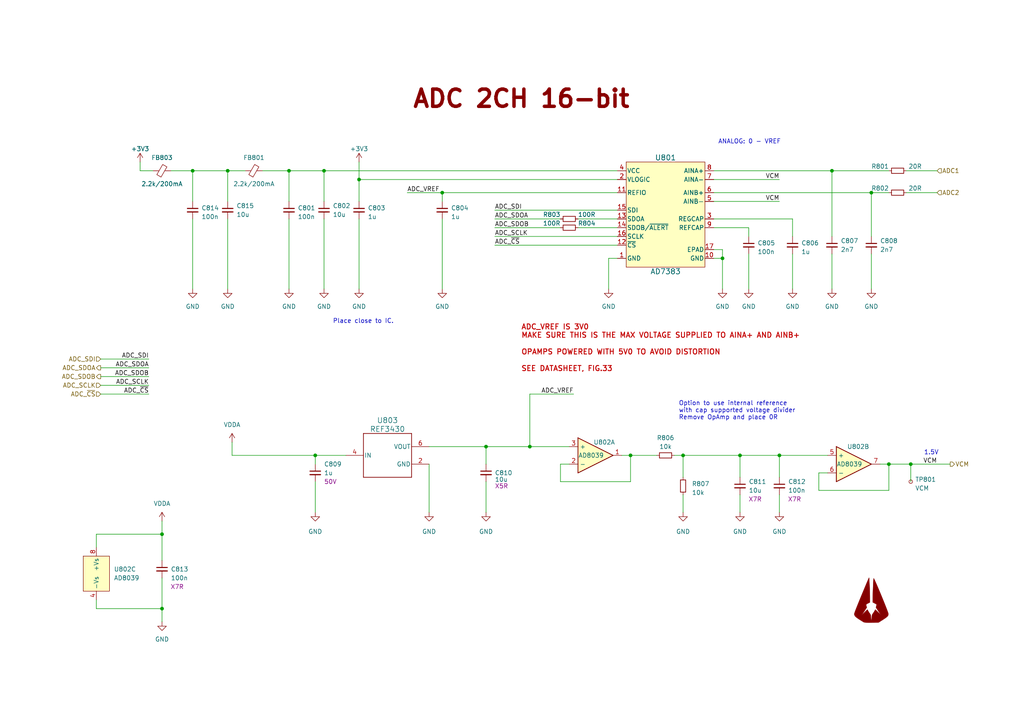
<source format=kicad_sch>
(kicad_sch (version 20230121) (generator eeschema)
  (paper "A4")
  (title_block (title "Velocity Sensor - Version 04") (date "2023-09-07") (rev "A") (company "Swiss Ocean Tech AG") (comment 1 "Designer: SNI, EVE"))
  (lib_symbols
    (symbol "Connector:TestPoint_Small" (pin_numbers hide) (pin_names (offset 0.762) hide)
      (property "Reference" "TP" (at 0 3.81 0))
      (property "Value" "TestPoint_Small" (at 0 2.032 0))
      (symbol "TestPoint_Small_0_1"
        (circle (center 0 0) (radius 0.508))
      )
      (symbol "TestPoint_Small_1_1"
        (pin passive line (at 0 0 90) (length 0) (name "1") (number "1"))
      )
    )
    (symbol "Device:C_Small" (pin_numbers hide) (pin_names (offset 0.254) hide)
      (property "Reference" "C" (at 0.254 1.778 0))
      (property "Value" "C_Small" (at 0.254 -2.032 0))
      (symbol "C_Small_0_1"
        (polyline (pts (xy -1.524 -0.508) (xy 1.524 -0.508)) (stroke (width 0.3302)))
        (polyline (pts (xy -1.524 0.508) (xy 1.524 0.508)) (stroke (width 0.3048)))
      )
      (symbol "C_Small_1_1"
        (pin passive line (at 0 2.54 270) (length 2.032) (name "~") (number "1"))
        (pin passive line (at 0 -2.54 90) (length 2.032) (name "~") (number "2"))
      )
    )
    (symbol "Device:R_Small" (pin_numbers hide) (pin_names (offset 0.254) hide)
      (property "Reference" "R" (at 0.762 0.508 0))
      (property "Value" "R_Small" (at 0.762 -1.016 0))
      (symbol "R_Small_0_1"
        (rectangle (start -0.762 1.778) (end 0.762 -1.778) (stroke (width 0.2032)))
      )
      (symbol "R_Small_1_1"
        (pin passive line (at 0 2.54 270) (length 0.762) (name "~") (number "1"))
        (pin passive line (at 0 -2.54 90) (length 0.762) (name "~") (number "2"))
      )
    )
    (symbol "SOC_ADC:AD7383" (pin_names (offset 0.254))
      (property "Reference" "U" (at 27.94 2.54 0))
      (property "Value" "AD7383" (at 27.94 -30.48 0))
      (symbol "AD7383_0_1"
        (rectangle (start 16.51 1.27) (end 39.37 -29.21) (fill (type background)))
      )
      (symbol "AD7383_1_1"
        (pin power_out line (at 13.97 -26.67 0) (length 2.54) (name "GND") (number "1"))
        (pin power_out line (at 41.91 -26.67 180) (length 2.54) (name "GND") (number "10"))
        (pin unspecified line (at 13.97 -7.62 0) (length 2.54) (name "REFIO") (number "11"))
        (pin unspecified line (at 13.97 -22.86 0) (length 2.54) (name "~{CS}") (number "12"))
        (pin unspecified line (at 13.97 -15.24 0) (length 2.54) (name "SDOA") (number "13"))
        (pin unspecified line (at 13.97 -17.78 0) (length 2.54) (name "SDOB/~{ALERT}") (number "14"))
        (pin unspecified line (at 13.97 -12.7 0) (length 2.54) (name "SDI") (number "15"))
        (pin unspecified line (at 13.97 -20.32 0) (length 2.54) (name "SCLK") (number "16"))
        (pin unspecified line (at 41.91 -24.13 180) (length 2.54) (name "EPAD") (number "17"))
        (pin power_in line (at 13.97 -3.81 0) (length 2.54) (name "VLOGIC") (number "2"))
        (pin unspecified line (at 41.91 -15.24 180) (length 2.54) (name "REGCAP") (number "3"))
        (pin power_in line (at 13.97 -1.27 0) (length 2.54) (name "VCC") (number "4"))
        (pin unspecified line (at 41.91 -10.16 180) (length 2.54) (name "AINB-") (number "5"))
        (pin unspecified line (at 41.91 -7.62 180) (length 2.54) (name "AINB+") (number "6"))
        (pin unspecified line (at 41.91 -3.81 180) (length 2.54) (name "AINA-") (number "7"))
        (pin unspecified line (at 41.91 -1.27 180) (length 2.54) (name "AINA+") (number "8"))
        (pin unspecified line (at 41.91 -17.78 180) (length 2.54) (name "REFCAP") (number "9"))
      )
    )
    (symbol "SOC_Logo:LOGO_AGU" (pin_names (offset 1.016))
      (symbol "LOGO_AGU_0_0"
        (polyline (pts (xy 0.0878 -6.5817) (xy 2.0806 -6.5616) (xy 3.3428 -5.7571) (xy 3.7441 -5.4975) (xy 4.1782 -5.1993) (xy 4.4948 -4.9505) (xy 4.7116 -4.7326) (xy 4.8463 -4.5267) (xy 4.9169 -4.3143) (xy 4.9409 -4.0766) (xy 4.9154 -3.9495) (xy 4.8325 -3.6865) (xy 4.6982 -3.3067) (xy 4.5188 -2.8254) (xy 4.3007 -2.2577) (xy 4.05 -1.619) (xy 3.7733 -0.9245) (xy 3.4766 -0.1893) (xy 3.1665 0.5711) (xy 2.8491 1.3417) (xy 2.5308 2.1072) (xy 2.2179 2.8523) (xy 1.9167 3.5617) (xy 1.6335 4.2204) (xy 1.3746 4.8129) (xy 1.1463 5.3242) (xy 0.9549 5.7389) (xy 0.8068 6.0417) (xy 0.7083 6.2176) (xy 0.6655 6.2512) (xy 0.6594 6.2245) (xy 0.6355 6.0296) (xy 0.609 5.6969) (xy 0.5808 5.2509) (xy 0.552 4.7161) (xy 0.5238 4.117) (xy 0.497 3.4782) (xy 0.4728 2.8243) (xy 0.4522 2.1797) (xy 0.4363 1.569) (xy 0.4261 1.0167) (xy 0.4226 0.5474) (xy 0.4233 -0.7256) (xy 0.9737 -0.997) (xy 1.0044 -1.0123) (xy 1.2673 -1.1558) (xy 1.4534 -1.2798) (xy 1.524 -1.3587) (xy 1.52 -1.3999) (xy 1.486 -1.5814) (xy 1.4284 -1.8285) (xy 1.3328 -2.2081) (xy 2.069 -3.3265) (xy 2.8051 -4.445) (xy 1.9857 -3.6149) (xy 1.8886 -3.5169) (xy 1.6022 -3.2321) (xy 1.368 -3.0054) (xy 1.2078 -2.8578) (xy 1.1438 -2.8106) (xy 1.1291 -2.8341) (xy 1.0553 -2.9712) (xy 0.9465 -3.1834) (xy 0.8709 -3.3218) (xy 0.6802 -3.628) (xy 0.4746 -3.9194) (xy 0.4606 -3.9379) (xy 0.328 -4.1239) (xy 0.241 -4.2924) (xy 0.1861 -4.4902) (xy 0.1499 -4.7638) (xy 0.1191 -5.1598) (xy 0.0991 -5.4109) (xy 0.0656 -5.7207) (xy 0.0311 -5.9327) (xy 0.0006 -6.0113) (xy -0.0192 -5.9745) (xy -0.0524 -5.8018) (xy -0.0859 -5.52) (xy -0.1147 -5.1648) (xy -0.1178 -5.1177) (xy -0.1471 -4.7382) (xy -0.1835 -4.476) (xy -0.2406 -4.2844) (xy -0.3319 -4.1161) (xy -0.4709 -3.9244) (xy -0.5847 -3.7681) (xy -0.7898 -3.4569) (xy -0.9465 -3.1834) (xy -1 -3.0781) (xy -1.0944 -2.8962) (xy -1.1401 -2.8143) (xy -1.1482 -2.8175) (xy -1.244 -2.8995) (xy -1.4299 -3.0744) (xy -1.6837 -3.3211) (xy -1.9833 -3.6186) (xy -2.8079 -4.445) (xy -2.0704 -3.3265) (xy -1.3329 -2.2081) (xy -1.4284 -1.8285) (xy -1.4555 -1.7172) (xy -1.5046 -1.4903) (xy -1.524 -1.3587) (xy -1.5232 -1.3532) (xy -1.4385 -1.2683) (xy -1.2425 -1.1411) (xy -0.9737 -0.997) (xy -0.4233 -0.7256) (xy -0.422 0.5474) (xy -0.4224 0.7045) (xy -0.4282 1.1676) (xy -0.4401 1.708) (xy -0.457 2.3034) (xy -0.478 2.9313) (xy -0.5022 3.5693) (xy -0.5285 4.195) (xy -0.556 4.7859) (xy -0.5837 5.3197) (xy -0.6106 5.7739) (xy -0.6359 6.1261) (xy -0.6584 6.3538) (xy -0.6772 6.4347) (xy -0.6851 6.4237) (xy -0.748 6.2919) (xy -0.8679 6.0213) (xy -1.0392 5.6251) (xy -1.2564 5.1162) (xy -1.5139 4.5075) (xy -1.8064 3.8121) (xy -2.1282 3.043) (xy -2.4739 2.213) (xy -2.838 1.3353) (xy -3.0126 0.9132) (xy -3.4507 -0.1505) (xy -3.8259 -1.0691) (xy -4.1412 -1.8502) (xy -4.3995 -2.5015) (xy -4.6039 -3.0306) (xy -4.7572 -3.4451) (xy -4.8625 -3.7527) (xy -4.9228 -3.9611) (xy -4.9409 -4.0779) (xy -4.9399 -4.1077) (xy -4.9062 -4.3573) (xy -4.8153 -4.583) (xy -4.6487 -4.8055) (xy -4.3879 -5.0452) (xy -4.0142 -5.3226) (xy -3.5091 -5.6582) (xy -3.3266 -5.7751) (xy -2.9347 -6.0221) (xy -2.588 -6.2356) (xy -2.3187 -6.3957) (xy -2.159 -6.4828) (xy -2.1376 -6.4921) (xy -2.0042 -6.5296) (xy -1.8028 -6.5568) (xy -1.5131 -6.5748) (xy -1.115 -6.5843) (xy -0.5881 -6.5863) (xy 0.0878 -6.5817)) (stroke (width 0.01)) (fill (type outline)))
      )
    )
    (symbol "SOC_Misc:2k2 200mA" (pin_numbers hide) (pin_names (offset 0))
      (property "Reference" "FB" (at 1.905 1.27 0))
      (property "Value" "742792093" (at 1.905 -1.27 0))
      (symbol "2k2 200mA_0_1"
        (polyline (pts (xy 0 -1.27) (xy 0 -0.7874)))
        (polyline (pts (xy 0 0.889) (xy 0 1.2954)))
        (polyline (pts (xy -1.8288 0.2794) (xy -1.1176 1.4986) (xy 1.8288 -0.2032) (xy 1.1176 -1.4224) (xy -1.8288 0.2794)))
      )
      (symbol "2k2 200mA_1_1"
        (pin passive line (at 0 2.54 270) (length 1.27) (name "~") (number "1"))
        (pin passive line (at 0 -2.54 90) (length 1.27) (name "~") (number "2"))
      )
    )
    (symbol "SOC_OpAmp:AD8039"
      (property "Reference" "U" (at -3.81 6.35 0))
      (property "Value" "AD8039" (at 0 0 0))
      (symbol "AD8039_1_1"
        (polyline (pts (xy -3.81 5.08) (xy 6.35 0) (xy -3.81 -5.08) (xy -3.81 5.08)) (stroke (width 0.254)) (fill (type background)))
        (pin output line (at 8.89 0 180) (length 2.54) (name "~") (number "1"))
        (pin input line (at -6.35 -2.54 0) (length 2.54) (name "-") (number "2"))
        (pin input line (at -6.35 2.54 0) (length 2.54) (name "+") (number "3"))
      )
      (symbol "AD8039_2_1"
        (polyline (pts (xy -3.81 5.08) (xy 6.35 0) (xy -3.81 -5.08) (xy -3.81 5.08)) (stroke (width 0.254)) (fill (type background)))
        (pin input line (at -6.35 2.54 0) (length 2.54) (name "+") (number "5"))
        (pin input line (at -6.35 -2.54 0) (length 2.54) (name "-") (number "6"))
        (pin output line (at 8.89 0 180) (length 2.54) (name "~") (number "7"))
      )
      (symbol "AD8039_3_1"
        (rectangle (start -3.81 5.08) (end 3.81 -5.08) (fill (type background)))
        (pin power_in line (at 0 -7.62 90) (length 2.54) (name "-Vs") (number "4"))
        (pin power_in line (at 0 7.62 270) (length 2.54) (name "+Vs") (number "8"))
      )
    )
    (symbol "SOC_Power:REF3430" (pin_names (offset 0.254))
      (property "Reference" "U" (at -2.54 13.97 0))
      (property "Value" "REF3430" (at -2.54 -1.27 0))
      (symbol "REF3430_0_1"
        (polyline (pts (xy -8.89 0) (xy 5.08 0)) (stroke (width 0.2032)))
        (polyline (pts (xy -8.89 12.7) (xy -8.89 0)) (stroke (width 0.2032)))
        (polyline (pts (xy 5.08 0) (xy 5.08 12.7)) (stroke (width 0.2032)))
        (polyline (pts (xy 5.08 12.7) (xy -8.89 12.7)) (stroke (width 0.2032)))
        (pin power_in line (at -13.97 6.35 0) (length 5.08) (name "IN") (number "4"))
      )
      (symbol "REF3430_1_1"
        (pin no_connect line (at -13.97 6.35 0) (length 5.08) hide (name "NC") (number "1"))
        (pin power_in line (at 10.16 3.81 180) (length 5.08) (name "GND") (number "2"))
        (pin no_connect line (at -13.97 6.35 0) (length 5.08) hide (name "NC") (number "3"))
        (pin no_connect line (at -13.97 6.35 0) (length 5.08) hide (name "NC") (number "5"))
        (pin power_out line (at 10.16 8.89 180) (length 5.08) (name "VOUT") (number "6"))
      )
    )
    (symbol "power:+3V3" (power) (pin_names (offset 0))
      (property "Value" "+3V3" (at 0 3.556 0))
      (symbol "+3V3_0_1"
        (polyline (pts (xy -0.762 1.27) (xy 0 2.54)))
        (polyline (pts (xy 0 0) (xy 0 2.54)))
        (polyline (pts (xy 0 2.54) (xy 0.762 1.27)))
      )
      (symbol "+3V3_1_1"
        (pin power_in line (at 0 0 90) (length 0) hide (name "+3V3") (number "1"))
      )
    )
    (symbol "power:GND" (power) (pin_names (offset 0))
      (property "Value" "GND" (at 0 -3.81 0))
      (symbol "GND_0_1"
        (polyline (pts (xy 0 0) (xy 0 -1.27) (xy 1.27 -1.27) (xy 0 -2.54) (xy -1.27 -1.27) (xy 0 -1.27)))
      )
      (symbol "GND_1_1"
        (pin power_in line (at 0 0 270) (length 0) hide (name "GND") (number "1"))
      )
    )
    (symbol "power:VDDA" (power) (pin_names (offset 0))
      (property "Value" "VDDA" (at 0 3.81 0))
      (symbol "VDDA_0_1"
        (polyline (pts (xy -0.762 1.27) (xy 0 2.54)))
        (polyline (pts (xy 0 0) (xy 0 2.54)))
        (polyline (pts (xy 0 2.54) (xy 0.762 1.27)))
      )
      (symbol "VDDA_1_1"
        (pin power_in line (at 0 0 90) (length 0) hide (name "VDDA") (number "1"))
      )
    )
  )
  (junction (at 83.82 49.53))
  (junction (at 66.04 49.53))
  (junction (at 55.88 49.53))
  (junction (at 214.63 132.08))
  (junction (at 226.06 132.08))
  (junction (at 104.14 52.07))
  (junction (at 241.3 49.53))
  (junction (at 140.97 129.54))
  (junction (at 182.88 132.08))
  (junction (at 252.73 55.88))
  (junction (at 153.67 129.54))
  (junction (at 209.55 74.93))
  (junction (at 257.81 134.62))
  (junction (at 198.12 132.08))
  (junction (at 128.27 55.88))
  (junction (at 46.99 154.94))
  (junction (at 264.16 134.62))
  (junction (at 91.44 132.08))
  (junction (at 46.99 176.53))
  (junction (at 93.98 49.53))
  (wire (pts (xy 226.06 132.08) (xy 240.03 132.08)))
  (wire (pts (xy 29.21 114.3) (xy 43.18 114.3)))
  (wire (pts (xy 66.04 49.53) (xy 71.12 49.53)))
  (wire (pts (xy 143.51 71.12) (xy 179.07 71.12)))
  (wire (pts (xy 46.99 151.13) (xy 46.99 154.94)))
  (wire (pts (xy 237.49 137.16) (xy 237.49 142.24)))
  (wire (pts (xy 128.27 63.5) (xy 128.27 83.82)))
  (wire (pts (xy 83.82 49.53) (xy 93.98 49.53)))
  (wire (pts (xy 76.2 49.53) (xy 83.82 49.53)))
  (wire (pts (xy 40.64 49.53) (xy 44.45 49.53)))
  (wire (pts (xy 264.16 134.62) (xy 264.16 139.7)))
  (wire (pts (xy 214.63 143.51) (xy 214.63 148.59)))
  (wire (pts (xy 93.98 49.53) (xy 179.07 49.53)))
  (wire (pts (xy 27.94 176.53) (xy 46.99 176.53)))
  (wire (pts (xy 207.01 72.39) (xy 209.55 72.39)))
  (wire (pts (xy 257.81 134.62) (xy 264.16 134.62)))
  (wire (pts (xy 165.1 134.62) (xy 162.56 134.62)))
  (wire (pts (xy 55.88 63.5) (xy 55.88 83.82)))
  (wire (pts (xy 29.21 111.76) (xy 43.18 111.76)))
  (wire (pts (xy 55.88 49.53) (xy 66.04 49.53)))
  (wire (pts (xy 262.89 55.88) (xy 271.78 55.88)))
  (wire (pts (xy 29.21 109.22) (xy 43.18 109.22)))
  (wire (pts (xy 140.97 129.54) (xy 140.97 134.62)))
  (wire (pts (xy 226.06 143.51) (xy 226.06 148.59)))
  (wire (pts (xy 182.88 132.08) (xy 190.5 132.08)))
  (wire (pts (xy 240.03 137.16) (xy 237.49 137.16)))
  (wire (pts (xy 182.88 139.7) (xy 182.88 132.08)))
  (wire (pts (xy 67.31 132.08) (xy 91.44 132.08)))
  (wire (pts (xy 257.81 142.24) (xy 257.81 134.62)))
  (wire (pts (xy 182.88 132.08) (xy 180.34 132.08)))
  (wire (pts (xy 29.21 104.14) (xy 43.18 104.14)))
  (wire (pts (xy 104.14 46.99) (xy 104.14 52.07)))
  (wire (pts (xy 49.53 49.53) (xy 55.88 49.53)))
  (wire (pts (xy 140.97 139.7) (xy 140.97 148.59)))
  (wire (pts (xy 229.87 73.66) (xy 229.87 83.82)))
  (wire (pts (xy 167.64 63.5) (xy 179.07 63.5)))
  (wire (pts (xy 207.01 58.42) (xy 226.06 58.42)))
  (wire (pts (xy 252.73 55.88) (xy 257.81 55.88)))
  (wire (pts (xy 27.94 158.75) (xy 27.94 154.94)))
  (wire (pts (xy 118.11 55.88) (xy 128.27 55.88)))
  (wire (pts (xy 143.51 63.5) (xy 162.56 63.5)))
  (wire (pts (xy 209.55 74.93) (xy 209.55 83.82)))
  (wire (pts (xy 153.67 129.54) (xy 165.1 129.54)))
  (wire (pts (xy 229.87 63.5) (xy 207.01 63.5)))
  (wire (pts (xy 46.99 167.64) (xy 46.99 176.53)))
  (wire (pts (xy 207.01 52.07) (xy 226.06 52.07)))
  (wire (pts (xy 162.56 139.7) (xy 182.88 139.7)))
  (wire (pts (xy 176.53 74.93) (xy 179.07 74.93)))
  (wire (pts (xy 217.17 73.66) (xy 217.17 83.82)))
  (wire (pts (xy 29.21 106.68) (xy 43.18 106.68)))
  (wire (pts (xy 214.63 132.08) (xy 214.63 138.43)))
  (wire (pts (xy 143.51 66.04) (xy 162.56 66.04)))
  (wire (pts (xy 143.51 60.96) (xy 179.07 60.96)))
  (wire (pts (xy 93.98 58.42) (xy 93.98 49.53)))
  (wire (pts (xy 217.17 66.04) (xy 217.17 68.58)))
  (wire (pts (xy 128.27 58.42) (xy 128.27 55.88)))
  (wire (pts (xy 104.14 52.07) (xy 179.07 52.07)))
  (wire (pts (xy 214.63 132.08) (xy 226.06 132.08)))
  (wire (pts (xy 91.44 132.08) (xy 100.33 132.08)))
  (wire (pts (xy 91.44 139.7) (xy 91.44 148.59)))
  (wire (pts (xy 46.99 154.94) (xy 46.99 162.56)))
  (wire (pts (xy 241.3 73.66) (xy 241.3 83.82)))
  (wire (pts (xy 128.27 55.88) (xy 179.07 55.88)))
  (wire (pts (xy 198.12 132.08) (xy 214.63 132.08)))
  (wire (pts (xy 27.94 173.99) (xy 27.94 176.53)))
  (wire (pts (xy 104.14 58.42) (xy 104.14 52.07)))
  (wire (pts (xy 264.16 134.62) (xy 275.59 134.62)))
  (wire (pts (xy 153.67 114.3) (xy 166.37 114.3)))
  (wire (pts (xy 257.81 134.62) (xy 255.27 134.62)))
  (wire (pts (xy 140.97 129.54) (xy 153.67 129.54)))
  (wire (pts (xy 55.88 49.53) (xy 55.88 58.42)))
  (wire (pts (xy 207.01 66.04) (xy 217.17 66.04)))
  (wire (pts (xy 226.06 132.08) (xy 226.06 138.43)))
  (wire (pts (xy 176.53 74.93) (xy 176.53 83.82)))
  (wire (pts (xy 66.04 58.42) (xy 66.04 49.53)))
  (wire (pts (xy 262.89 49.53) (xy 271.78 49.53)))
  (wire (pts (xy 229.87 68.58) (xy 229.87 63.5)))
  (wire (pts (xy 83.82 63.5) (xy 83.82 83.82)))
  (wire (pts (xy 67.31 128.27) (xy 67.31 132.08)))
  (wire (pts (xy 27.94 154.94) (xy 46.99 154.94)))
  (wire (pts (xy 198.12 132.08) (xy 198.12 138.43)))
  (wire (pts (xy 195.58 132.08) (xy 198.12 132.08)))
  (wire (pts (xy 198.12 143.51) (xy 198.12 148.59)))
  (wire (pts (xy 124.46 129.54) (xy 140.97 129.54)))
  (wire (pts (xy 46.99 176.53) (xy 46.99 180.34)))
  (wire (pts (xy 252.73 55.88) (xy 252.73 68.58)))
  (wire (pts (xy 124.46 134.62) (xy 124.46 148.59)))
  (wire (pts (xy 104.14 63.5) (xy 104.14 83.82)))
  (wire (pts (xy 93.98 63.5) (xy 93.98 83.82)))
  (wire (pts (xy 40.64 46.99) (xy 40.64 49.53)))
  (wire (pts (xy 241.3 49.53) (xy 241.3 68.58)))
  (wire (pts (xy 83.82 49.53) (xy 83.82 58.42)))
  (wire (pts (xy 91.44 132.08) (xy 91.44 134.62)))
  (wire (pts (xy 252.73 73.66) (xy 252.73 83.82)))
  (wire (pts (xy 153.67 114.3) (xy 153.67 129.54)))
  (wire (pts (xy 241.3 49.53) (xy 257.81 49.53)))
  (wire (pts (xy 207.01 74.93) (xy 209.55 74.93)))
  (wire (pts (xy 237.49 142.24) (xy 257.81 142.24)))
  (wire (pts (xy 143.51 68.58) (xy 179.07 68.58)))
  (wire (pts (xy 66.04 63.5) (xy 66.04 83.82)))
  (wire (pts (xy 207.01 55.88) (xy 252.73 55.88)))
  (wire (pts (xy 209.55 72.39) (xy 209.55 74.93)))
  (wire (pts (xy 207.01 49.53) (xy 241.3 49.53)))
  (wire (pts (xy 167.64 66.04) (xy 179.07 66.04)))
  (wire (pts (xy 162.56 134.62) (xy 162.56 139.7)))
  (text "ADC_VREF IS 3V0\nMAKE SURE THIS IS THE MAX VOLTAGE SUPPLIED TO AINA+ AND AINB+\n\nOPAMPS POWERED WITH 5V0 TO AVOID DISTORTION\n\nSEE DATASHEET, FIG.33" (at 151.13 107.95 0) (effects (font (size 1.5 1.5) (thickness 0.254) bold) (justify left bottom)))
  (text "ADC 2CH 16-bit" (at 119.38 31.75 0) (effects (font (size 5 5) (thickness 1) bold) (justify left bottom)))
  (text "Option to use internal reference \nwith cap supported voltage divider\nRemove OpAmp and place 0R" (at 196.85 121.92 0) (effects (font (size 1.27 1.27)) (justify left bottom)))
  (text "Place close to IC." (at 96.52 93.98 0) (effects (font (size 1.27 1.27)) (justify left bottom)))
  (text "ANALOG: 0 - VREF" (at 208.28 41.91 0) (effects (font (size 1.27 1.27)) (justify left bottom)))
  (text "1.5V" (at 267.97 132.08 0) (effects (font (size 1.27 1.27)) (justify left bottom)))
  (label "ADC_SDOB" (at 143.51 66.04 0))
  (label "ADC_SCLK" (at 143.51 68.58 0))
  (label "ADC_SDOB" (at 43.18 109.22 180))
  (label "VCM" (at 226.06 58.42 180))
  (label "ADC_SDOA" (at 43.18 106.68 180))
  (label "ADC_~{CS}" (at 143.51 71.12 0))
  (label "ADC_SDI" (at 143.51 60.96 0))
  (label "ADC_SCLK" (at 43.18 111.76 180))
  (label "ADC_VREF" (at 166.37 114.3 180))
  (label "ADC_VREF" (at 118.11 55.88 0))
  (label "VCM" (at 226.06 52.07 180))
  (label "ADC_SDI" (at 43.18 104.14 180))
  (label "ADC_SDOA" (at 143.51 63.5 0))
  (label "VCM" (at 271.78 134.62 180))
  (label "ADC_~{CS}" (at 43.18 114.3 180))
  (hierarchical_label "VCM" (shape output) (at 275.59 134.62 0))
  (hierarchical_label "ADC_SDOA" (shape output) (at 29.21 106.68 180))
  (hierarchical_label "ADC2" (shape input) (at 271.78 55.88 0))
  (hierarchical_label "ADC_SDI" (shape input) (at 29.21 104.14 180))
  (hierarchical_label "ADC_~{CS}" (shape input) (at 29.21 114.3 180))
  (hierarchical_label "ADC_SCLK" (shape input) (at 29.21 111.76 180))
  (hierarchical_label "ADC1" (shape input) (at 271.78 49.53 0))
  (hierarchical_label "ADC_SDOB" (shape output) (at 29.21 109.22 180))
  (symbol (lib_id "Device:R_Small") (at 165.1 63.5 90) (unit 1)
    (property "Reference" "R803" (at 160.02 62.23 90))
    (property "Value" "100R" (at 170.18 62.23 90))
    (property "Footprint" "Resistor_SMD:R_0402_1005Metric" (effects hide))
    (property "Digikey_PN" "311-100LRCT-ND" (effects hide))
    (property "MPN" "RC0402FR-07100RL" (effects hide))
  )
  (symbol (lib_id "SOC_Misc:2k2 200mA") (at 73.66 49.53 90) (unit 1)
    (property "Reference" "FB801" (at 73.66 45.72 90))
    (property "Value" "2.2k/200mA" (at 73.66 53.34 90))
    (property "Footprint" "Inductor_SMD:L_0805_2012Metric" (effects hide))
    (property "MPN" "742792093" (effects hide))
    (property "Digikey_PN" "732-1609-1-ND" (effects hide))
  )
  (symbol (lib_id "power:GND") (at 83.82 83.82 0) (unit 1)
    (property "Reference" "#PWR0803" (effects hide))
    (property "Value" "GND" (at 83.82 88.9 0))
  )
  (symbol (lib_id "Device:C_Small") (at 214.63 140.97 0) (unit 1)
    (property "Reference" "C811" (at 217.17 139.7 0) (effects (justify left)))
    (property "Value" "10u" (at 217.17 142.24 0) (effects (justify left)))
    (property "Footprint" "Capacitor_SMD:C_0603_1608Metric" (effects hide))
    (property "MPN" "GRM188R61E106MA73D" (effects hide))
    (property "Mouser_PN" "81-GRM188R61E106MA3D" (effects hide))
    (property "CLASS" "X7R" (at 220.98 144.78 0) (effects (justify right)))
    (property "Description" "0.1uF 0402 50V" (effects hide))
    (property "Digikey_PN" "490-7202-1-ND" (effects hide))
    (property "Voltage" "25V" (effects hide))
  )
  (symbol (lib_id "Device:C_Small") (at 252.73 71.12 0) (unit 1)
    (property "Reference" "C808" (at 255.27 69.8563 0) (effects (justify left)))
    (property "Value" "2n7" (at 255.27 72.3963 0) (effects (justify left)))
    (property "Footprint" "Capacitor_SMD:C_0603_1608Metric" (effects hide))
    (property "MPN" "CC0603KRX7R9BB272" (effects hide))
    (property "Digikey_PN" "311-1809-1-ND" (effects hide))
  )
  (symbol (lib_id "Device:R_Small") (at 193.04 132.08 90) (unit 1)
    (property "Reference" "R806" (at 193.04 127 90))
    (property "Value" "10k" (at 193.04 129.54 90))
    (property "Footprint" "Resistor_SMD:R_0402_1005Metric" (effects hide))
    (property "Digikey_PN" "1276-3431-1-ND" (effects hide))
    (property "MPN" "RC1005F103CS" (effects hide))
  )
  (symbol (lib_id "Device:C_Small") (at 91.44 137.16 0) (unit 1)
    (property "Reference" "C809" (at 93.98 134.62 0) (effects (justify left)))
    (property "Value" "1u" (at 93.98 137.16 0) (effects (justify left)))
    (property "Footprint" "Capacitor_SMD:C_0402_1005Metric" (effects hide))
    (property "MPN" "UMK105CBJ105MV-F" (effects hide))
    (property "Description" "1uF 0402 50V" (effects hide))
    (property "CLASS" "X5R" (effects hide))
    (property "Voltage" "50V" (at 93.98 139.7 0) (effects (justify left)))
    (property "Digikey_PN" "587-6278-1-ND" (effects hide))
  )
  (symbol (lib_id "SOC_ADC:AD7383") (at 165.1 48.26 0) (unit 1)
    (property "Reference" "U801" (at 193.04 45.72 0) (effects (font (size 1.524 1.524))))
    (property "Value" "AD7383" (at 193.04 78.74 0) (effects (font (size 1.524 1.524))))
    (property "Footprint" "SOC_SMD:AD7383" (effects hide))
    (property "Datasheet" "https://www.analog.com/media/en/technical-documentation/data-sheets/ad7383-7384.pdf" (effects hide))
    (property "MPN" "AD7383BCPZ-RL7" (effects hide))
    (property "Digikey_PN" "505-AD7383BCPZ-RL7CT-ND" (effects hide))
  )
  (symbol (lib_id "Device:C_Small") (at 83.82 60.96 0) (unit 1)
    (property "Reference" "C801" (at 86.36 60.3313 0) (effects (justify left)))
    (property "Value" "100n" (at 86.36 62.8713 0) (effects (justify left)))
    (property "Footprint" "Capacitor_SMD:C_0402_1005Metric" (effects hide))
    (property "MPN" "CC0402KRX7R9BB104" (effects hide))
    (property "Digikey_PN" "311-3566-1-ND" (effects hide))
    (property "Voltage" "50V" (effects hide))
  )
  (symbol (lib_id "power:GND") (at 209.55 83.82 0) (unit 1)
    (property "Reference" "#PWR0808" (effects hide))
    (property "Value" "GND" (at 209.55 88.9 0))
  )
  (symbol (lib_id "SOC_Logo:LOGO_AGU") (at 252.73 173.99 0) (unit 1) (in_bom no)
    (property "Reference" "Logo801" (effects hide))
    (property "Value" "LOGO_AGU" (effects hide))
    (property "Footprint" "SOC_Logo:AGU_15mm" (effects hide))
  )
  (symbol (lib_id "Device:C_Small") (at 93.98 60.96 0) (unit 1)
    (property "Reference" "C802" (at 96.52 59.6963 0) (effects (justify left)))
    (property "Value" "10u" (at 96.52 62.2363 0) (effects (justify left)))
    (property "Footprint" "Capacitor_SMD:C_0603_1608Metric" (effects hide))
    (property "MPN" "GRM188R61E106MA73D" (effects hide))
    (property "Digikey_PN" "490-7202-1-ND" (effects hide))
    (property "Mouser_PN" "81-GRM188R61E106MA3D" (effects hide))
    (property "Voltage" "25V" (effects hide))
  )
  (symbol (lib_id "SOC_OpAmp:AD8039") (at 171.45 132.08 0) (unit 1)
    (property "Reference" "U802" (at 175.26 128.27 0))
    (property "Value" "AD8039" (at 171.45 132.08 0))
    (property "Footprint" "Package_TO_SOT_SMD:SOT-23-8" (effects hide))
    (property "Datasheet" "${KICAD_SOC_DATASHEET_DIR}/OpAmp/AD8038_8039.pdf" (effects hide))
    (property "MPN" "AD8039ARTZ-REEL7" (effects hide))
    (property "PN_Digikey" "505-AD8039ARTZ-REEL7CT-ND" (effects hide))
    (property "Digikey_PN" "505-AD8039ARTZ-REEL7CT-ND" (effects hide))
  )
  (symbol (lib_id "Device:R_Small") (at 198.12 140.97 0) (unit 1)
    (property "Reference" "R807" (at 200.66 140.335 0) (effects (justify left)))
    (property "Value" "10k" (at 200.66 142.875 0) (effects (justify left)))
    (property "Footprint" "Resistor_SMD:R_0402_1005Metric" (effects hide))
    (property "Digikey_PN" "1276-3431-1-ND" (effects hide))
    (property "MPN" "RC1005F103CS" (effects hide))
  )
  (symbol (lib_id "Device:R_Small") (at 165.1 66.04 270) (mirror x) (unit 1)
    (property "Reference" "R804" (at 170.18 64.77 90))
    (property "Value" "100R" (at 160.02 64.77 90))
    (property "Footprint" "Resistor_SMD:R_0402_1005Metric" (effects hide))
    (property "Digikey_PN" "311-100LRCT-ND" (effects hide))
    (property "MPN" "RC0402FR-07100RL" (effects hide))
  )
  (symbol (lib_id "Device:C_Small") (at 46.99 165.1 0) (unit 1)
    (property "Reference" "C813" (at 49.53 165.1 0) (effects (justify left)))
    (property "Value" "100n" (at 49.53 167.64 0) (effects (justify left)))
    (property "Footprint" "Capacitor_SMD:C_0402_1005Metric" (effects hide))
    (property "MPN" "CC0402KRX7R9BB104" (effects hide))
    (property "CLASS" "X7R" (at 53.34 170.18 0) (effects (justify right)))
    (property "Description" "0.1uF 0402 50V" (effects hide))
    (property "Digikey_PN" "311-3566-1-ND" (effects hide))
    (property "Voltage" "50V" (effects hide))
  )
  (symbol (lib_id "power:GND") (at 176.53 83.82 0) (unit 1)
    (property "Reference" "#PWR0807" (effects hide))
    (property "Value" "GND" (at 176.53 88.9 0))
  )
  (symbol (lib_id "Device:C_Small") (at 229.87 71.12 0) (unit 1)
    (property "Reference" "C806" (at 232.41 70.4913 0) (effects (justify left)))
    (property "Value" "1u" (at 232.41 73.0313 0) (effects (justify left)))
    (property "Footprint" "Capacitor_SMD:C_0603_1608Metric" (effects hide))
    (property "MPN" "06035C105KAT2A" (effects hide))
    (property "Digikey_PN" "478-10073-1-ND" (effects hide))
  )
  (symbol (lib_id "SOC_OpAmp:AD8039") (at 246.38 134.62 0) (unit 2)
    (property "Reference" "U802" (at 248.92 129.54 0))
    (property "Value" "AD8039" (at 246.38 134.62 0))
    (property "Footprint" "Package_TO_SOT_SMD:SOT-23-8" (effects hide))
    (property "Datasheet" "${KICAD_SOC_DATASHEET_DIR}/OpAmp/AD8038_8039.pdf" (effects hide))
    (property "MPN" "AD8039ARTZ-REEL7" (effects hide))
    (property "PN_Digikey" "505-AD8039ARTZ-REEL7CT-ND" (effects hide))
    (property "Digikey_PN" "505-AD8039ARTZ-REEL7CT-ND" (effects hide))
  )
  (symbol (lib_id "Device:C_Small") (at 217.17 71.12 0) (unit 1)
    (property "Reference" "C805" (at 219.71 70.4913 0) (effects (justify left)))
    (property "Value" "100n" (at 219.71 73.0313 0) (effects (justify left)))
    (property "Footprint" "Capacitor_SMD:C_0402_1005Metric" (effects hide))
    (property "MPN" "CC0402KRX7R9BB104" (effects hide))
    (property "Digikey_PN" "311-3566-1-ND" (effects hide))
    (property "Voltage" "50V" (effects hide))
  )
  (symbol (lib_id "Device:C_Small") (at 241.3 71.12 0) (unit 1)
    (property "Reference" "C807" (at 243.84 69.8563 0) (effects (justify left)))
    (property "Value" "2n7" (at 243.84 72.3963 0) (effects (justify left)))
    (property "Footprint" "Capacitor_SMD:C_0603_1608Metric" (effects hide))
    (property "MPN" "CC0603KRX7R9BB272" (effects hide))
    (property "Digikey_PN" "311-1809-1-ND" (effects hide))
  )
  (symbol (lib_id "Device:C_Small") (at 66.04 60.96 0) (unit 1)
    (property "Reference" "C815" (at 68.58 59.6963 0) (effects (justify left)))
    (property "Value" "10u" (at 68.58 62.2363 0) (effects (justify left)))
    (property "Footprint" "Capacitor_SMD:C_0603_1608Metric" (effects hide))
    (property "MPN" "GRM188R61E106MA73D" (effects hide))
    (property "Digikey_PN" "490-7202-1-ND" (effects hide))
    (property "Mouser_PN" "81-GRM188R61E106MA3D" (effects hide))
    (property "Voltage" "25V" (effects hide))
  )
  (symbol (lib_id "power:GND") (at 128.27 83.82 0) (unit 1)
    (property "Reference" "#PWR0806" (effects hide))
    (property "Value" "GND" (at 128.27 88.9 0))
  )
  (symbol (lib_id "power:GND") (at 241.3 83.82 0) (unit 1)
    (property "Reference" "#PWR0811" (effects hide))
    (property "Value" "GND" (at 241.3 88.9 0))
  )
  (symbol (lib_id "power:+3V3") (at 40.64 46.99 0) (unit 1)
    (property "Reference" "#PWR0801" (effects hide))
    (property "Value" "+3V3" (at 40.64 43.18 0))
  )
  (symbol (lib_id "power:GND") (at 66.04 83.82 0) (unit 1)
    (property "Reference" "#PWR0822" (effects hide))
    (property "Value" "GND" (at 66.04 88.9 0))
  )
  (symbol (lib_id "Device:R_Small") (at 260.35 55.88 90) (unit 1)
    (property "Reference" "R802" (at 255.27 54.61 90))
    (property "Value" "20R" (at 265.43 54.61 90))
    (property "Footprint" "Resistor_SMD:R_0402_1005Metric" (effects hide))
    (property "Digikey_PN" "311-20LRCT-ND" (effects hide))
    (property "MPN" "RC0402FR-0720RL" (effects hide))
  )
  (symbol (lib_id "SOC_Power:REF3430") (at 114.3 138.43 0) (unit 1)
    (property "Reference" "U803" (at 112.395 121.92 0) (effects (font (size 1.524 1.524))))
    (property "Value" "REF3430" (at 112.395 124.46 0) (effects (font (size 1.524 1.524))))
    (property "Footprint" "SOC_SMD:REF3430" (effects hide))
    (property "Datasheet" "https://www.ti.com/lit/ds/symlink/ref3425.pdf" (effects hide))
    (property "MPN" "REF3430TIDBVR" (effects hide))
    (property "Description" "Series Voltage Reference IC Fixed 3V V ±0.05% 10 mA SOT-23-6" (effects hide))
    (property "Digikey_PN" "296-REF3430TIDBVRCT-ND" (effects hide))
  )
  (symbol (lib_id "Device:C_Small") (at 55.88 60.96 0) (unit 1)
    (property "Reference" "C814" (at 58.42 60.3313 0) (effects (justify left)))
    (property "Value" "100n" (at 58.42 62.8713 0) (effects (justify left)))
    (property "Footprint" "Capacitor_SMD:C_0402_1005Metric" (effects hide))
    (property "MPN" "CC0402KRX7R9BB104" (effects hide))
    (property "Digikey_PN" "311-3566-1-ND" (effects hide))
    (property "Voltage" "50V" (effects hide))
  )
  (symbol (lib_id "SOC_OpAmp:AD8039") (at 27.94 166.37 0) (unit 3)
    (property "Reference" "U802" (at 33.02 165.1 0) (effects (justify left)))
    (property "Value" "AD8039" (at 33.02 167.64 0) (effects (justify left)))
    (property "Footprint" "Package_TO_SOT_SMD:SOT-23-8" (effects hide))
    (property "Datasheet" "${KICAD_SOC_DATASHEET_DIR}/OpAmp/AD8038_8039.pdf" (effects hide))
    (property "MPN" "AD8039ARTZ-REEL7" (effects hide))
    (property "PN_Digikey" "505-AD8039ARTZ-REEL7CT-ND" (effects hide))
    (property "Digikey_PN" "505-AD8039ARTZ-REEL7CT-ND" (effects hide))
  )
  (symbol (lib_id "Device:C_Small") (at 140.97 137.16 0) (unit 1)
    (property "Reference" "C810" (at 143.51 137.16 0) (effects (justify left)))
    (property "Value" "10u" (at 143.51 139.0713 0) (effects (justify left)))
    (property "Footprint" "Capacitor_SMD:C_0603_1608Metric" (effects hide))
    (property "MPN" "GRM188R61E106MA73D" (effects hide))
    (property "Mouser_PN" "81-GRM188R61E106MA3D" (effects hide))
    (property "Description" "10u 0603 25V" (effects hide))
    (property "CLASS" "X5R" (at 143.51 140.97 0) (effects (justify left)))
    (property "Voltage" "25V" (effects hide))
    (property "Digikey_PN" "490-7202-1-ND" (effects hide))
  )
  (symbol (lib_id "Device:C_Small") (at 226.06 140.97 0) (unit 1)
    (property "Reference" "C812" (at 228.6 139.7 0) (effects (justify left)))
    (property "Value" "100n" (at 228.6 142.24 0) (effects (justify left)))
    (property "Footprint" "Capacitor_SMD:C_0402_1005Metric" (effects hide))
    (property "MPN" "CC0402KRX7R9BB104" (effects hide))
    (property "CLASS" "X7R" (at 232.41 144.78 0) (effects (justify right)))
    (property "Description" "0.1uF 0402 50V" (effects hide))
    (property "Digikey_PN" "311-3566-1-ND" (effects hide))
    (property "Voltage" "50V" (effects hide))
  )
  (symbol (lib_id "Connector:TestPoint_Small") (at 264.16 139.7 0) (unit 1) (in_bom no)
    (property "Reference" "TP801" (at 265.43 139.065 0) (effects (justify left)))
    (property "Value" "VCM" (at 265.43 141.605 0) (effects (justify left)))
    (property "Footprint" "TestPoint:TestPoint_Pad_D1.0mm" (effects hide))
  )
  (symbol (lib_id "Device:R_Small") (at 260.35 49.53 90) (unit 1)
    (property "Reference" "R801" (at 255.27 48.26 90))
    (property "Value" "20R" (at 265.43 48.26 90))
    (property "Footprint" "Resistor_SMD:R_0402_1005Metric" (effects hide))
    (property "Digikey_PN" "311-20LRCT-ND" (effects hide))
    (property "MPN" "RC0402FR-0720RL" (effects hide))
  )
  (symbol (lib_id "power:GND") (at 229.87 83.82 0) (unit 1)
    (property "Reference" "#PWR0810" (effects hide))
    (property "Value" "GND" (at 229.87 88.9 0))
  )
  (symbol (lib_id "power:GND") (at 55.88 83.82 0) (unit 1)
    (property "Reference" "#PWR0821" (effects hide))
    (property "Value" "GND" (at 55.88 88.9 0))
  )
  (symbol (lib_id "power:GND") (at 198.12 148.59 0) (unit 1)
    (property "Reference" "#PWR0816" (effects hide))
    (property "Value" "GND" (at 198.12 154.178 0))
  )
  (symbol (lib_id "power:GND") (at 46.99 180.34 0) (mirror y) (unit 1)
    (property "Reference" "#PWR0820" (effects hide))
    (property "Value" "GND" (at 46.99 185.42 0))
  )
  (symbol (lib_id "power:GND") (at 140.97 148.59 0) (unit 1)
    (property "Reference" "#PWR0815" (effects hide))
    (property "Value" "GND" (at 140.97 154.178 0))
  )
  (symbol (lib_id "power:+3V3") (at 104.14 46.99 0) (unit 1)
    (property "Reference" "#PWR0802" (effects hide))
    (property "Value" "+3V3" (at 104.14 43.18 0))
  )
  (symbol (lib_id "power:GND") (at 214.63 148.59 0) (unit 1)
    (property "Reference" "#PWR0817" (effects hide))
    (property "Value" "GND" (at 214.63 154.178 0))
  )
  (symbol (lib_id "power:GND") (at 93.98 83.82 0) (unit 1)
    (property "Reference" "#PWR0804" (effects hide))
    (property "Value" "GND" (at 93.98 88.9 0))
  )
  (symbol (lib_id "power:GND") (at 91.44 148.59 0) (unit 1)
    (property "Reference" "#PWR0814" (effects hide))
    (property "Value" "GND" (at 91.44 154.178 0))
  )
  (symbol (lib_id "power:GND") (at 226.06 148.59 0) (unit 1)
    (property "Reference" "#PWR0818" (effects hide))
    (property "Value" "GND" (at 226.06 154.178 0))
  )
  (symbol (lib_id "power:VDDA") (at 67.31 128.27 0) (mirror y) (unit 1)
    (property "Reference" "#PWR0813" (effects hide))
    (property "Value" "VDDA" (at 67.31 123.19 0))
  )
  (symbol (lib_id "power:GND") (at 124.46 148.59 0) (unit 1)
    (property "Reference" "#PWR0823" (effects hide))
    (property "Value" "GND" (at 124.46 154.178 0))
  )
  (symbol (lib_id "power:GND") (at 252.73 83.82 0) (unit 1)
    (property "Reference" "#PWR0812" (effects hide))
    (property "Value" "GND" (at 252.73 88.9 0))
  )
  (symbol (lib_id "SOC_Misc:2k2 200mA") (at 46.99 49.53 90) (unit 1)
    (property "Reference" "FB803" (at 46.99 45.72 90))
    (property "Value" "2.2k/200mA" (at 46.99 53.34 90))
    (property "Footprint" "Inductor_SMD:L_0805_2012Metric" (effects hide))
    (property "MPN" "742792093" (effects hide))
    (property "Digikey_PN" "732-1609-1-ND" (effects hide))
  )
  (symbol (lib_id "power:VDDA") (at 46.99 151.13 0) (mirror y) (unit 1)
    (property "Reference" "#PWR0819" (effects hide))
    (property "Value" "VDDA" (at 46.99 146.05 0))
  )
  (symbol (lib_id "power:GND") (at 217.17 83.82 0) (unit 1)
    (property "Reference" "#PWR0809" (effects hide))
    (property "Value" "GND" (at 217.17 88.9 0))
  )
  (symbol (lib_id "power:GND") (at 104.14 83.82 0) (unit 1)
    (property "Reference" "#PWR0805" (effects hide))
    (property "Value" "GND" (at 104.14 88.9 0))
  )
  (symbol (lib_id "Device:C_Small") (at 128.27 60.96 0) (unit 1)
    (property "Reference" "C804" (at 130.81 60.3313 0) (effects (justify left)))
    (property "Value" "1u" (at 130.81 62.8713 0) (effects (justify left)))
    (property "Footprint" "Capacitor_SMD:C_0603_1608Metric" (effects hide))
    (property "MPN" "06035C105KAT2A" (effects hide))
    (property "Digikey_PN" "478-10073-1-ND" (effects hide))
  )
  (symbol (lib_id "Device:C_Small") (at 104.14 60.96 0) (unit 1)
    (property "Reference" "C803" (at 106.68 60.3313 0) (effects (justify left)))
    (property "Value" "1u" (at 106.68 62.8713 0) (effects (justify left)))
    (property "Footprint" "Capacitor_SMD:C_0603_1608Metric" (effects hide))
    (property "MPN" "06035C105KAT2A" (effects hide))
    (property "Digikey_PN" "478-10073-1-ND" (effects hide))
  )
)
</source>
